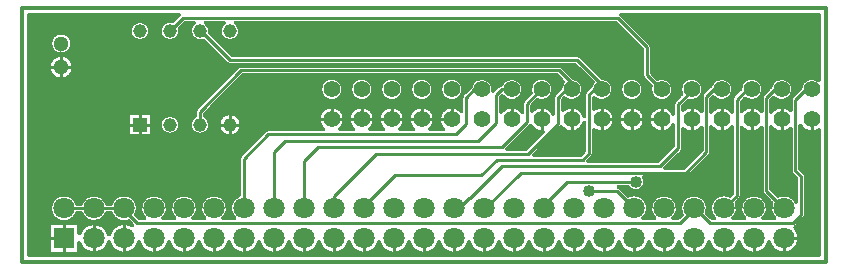
<source format=gbr>
G04 DesignSpark PCB Gerber Version 11.0 Build 5877*
%FSLAX35Y35*%
%MOIN*%
%ADD106R,0.04563X0.04563*%
%ADD103R,0.07087X0.07087*%
%ADD11C,0.01000*%
%ADD10C,0.01200*%
%ADD13C,0.04000*%
%ADD107C,0.04563*%
%ADD105C,0.05118*%
%ADD102C,0.05500*%
%ADD104C,0.07087*%
X0Y0D02*
D02*
D10*
X1083Y600D02*
X269075D01*
Y85314D01*
X1083D01*
Y600D01*
X3484Y82913D02*
Y3000D01*
X266676D01*
Y44368D01*
G75*
G02*
X260506Y45925I-2360J3654D01*
G01*
Y31585D01*
X261911Y30179D01*
G75*
G02*
X262381Y29046I-1130J-1133D01*
G01*
Y16230D01*
G75*
G02*
X261911Y15097I-1600J0D01*
G01*
X259100Y12287D01*
G75*
G02*
X258748Y12020I-1133J1130D01*
G01*
G75*
G02*
X255079Y3272I-3669J-3605D01*
G01*
G75*
G02*
X250079Y7209I0J5143D01*
G01*
G75*
G02*
X240079I-5000J1206D01*
G01*
G75*
G02*
X230079I-5000J1206D01*
G01*
G75*
G02*
X220079I-5000J1206D01*
G01*
G75*
G02*
X210079I-5000J1206D01*
G01*
G75*
G02*
X200079I-5000J1206D01*
G01*
G75*
G02*
X190079I-5000J1206D01*
G01*
G75*
G02*
X180079I-5000J1206D01*
G01*
G75*
G02*
X170079I-5000J1206D01*
G01*
G75*
G02*
X160079I-5000J1206D01*
G01*
G75*
G02*
X150079I-5000J1206D01*
G01*
G75*
G02*
X140079I-5000J1206D01*
G01*
G75*
G02*
X130079I-5000J1206D01*
G01*
G75*
G02*
X120079I-5000J1206D01*
G01*
G75*
G02*
X110079I-5000J1206D01*
G01*
G75*
G02*
X100079I-5000J1206D01*
G01*
G75*
G02*
X90079I-5000J1206D01*
G01*
G75*
G02*
X80079I-5000J1206D01*
G01*
G75*
G02*
X70079I-5000J1206D01*
G01*
G75*
G02*
X60079I-5000J1206D01*
G01*
G75*
G02*
X50079I-5000J1206D01*
G01*
G75*
G02*
X40079I-5000J1206D01*
G01*
G75*
G02*
X30079I-5000J1206D01*
G01*
G75*
G02*
X20222Y6722I-5000J1206D01*
G01*
Y3273D01*
X9935D01*
Y13557D01*
X20222D01*
Y10108D01*
G75*
G02*
X30079Y9620I4857J-1693D01*
G01*
G75*
G02*
X37899Y12716I5000J-1206D01*
G01*
X36591Y14025D01*
G75*
G02*
X30720Y16815I-1512J4390D01*
G01*
X29438D01*
G75*
G02*
X20720I-4359J1600D01*
G01*
X19438D01*
G75*
G02*
X10435Y18415I-4359J1600D01*
G01*
G75*
G02*
X19438Y20015I4643J0D01*
G01*
X20720D01*
G75*
G02*
X29438I4359J-1600D01*
G01*
X30720D01*
G75*
G02*
X39722Y18415I4359J-1600D01*
G01*
G75*
G02*
X39081Y16060I-4643J0D01*
G01*
X40124Y15017D01*
X41915D01*
G75*
G02*
X45079Y23058I3164J3398D01*
G01*
G75*
G02*
X48243Y15017I0J-4643D01*
G01*
X51915D01*
G75*
G02*
X55079Y23058I3164J3398D01*
G01*
G75*
G02*
X58243Y15017I0J-4643D01*
G01*
X61915D01*
G75*
G02*
X65079Y23058I3164J3398D01*
G01*
G75*
G02*
X68243Y15017I0J-4643D01*
G01*
X71915D01*
G75*
G02*
X73479Y22774I3164J3398D01*
G01*
Y34986D01*
G75*
G02*
X73949Y36119I1600J0D01*
G01*
X82074Y44243D01*
G75*
G02*
X83206Y44713I1133J-1130D01*
G01*
X101493D01*
G75*
G02*
X99967Y48022I2824J3309D01*
G01*
G75*
G02*
X108667I4350J0D01*
G01*
G75*
G02*
X107141Y44713I-4350J0D01*
G01*
X111493D01*
G75*
G02*
X109967Y48022I2824J3309D01*
G01*
G75*
G02*
X118667I4350J0D01*
G01*
G75*
G02*
X117141Y44713I-4350J0D01*
G01*
X121493D01*
G75*
G02*
X119967Y48022I2824J3309D01*
G01*
G75*
G02*
X128667I4350J0D01*
G01*
G75*
G02*
X127141Y44713I-4350J0D01*
G01*
X131493D01*
G75*
G02*
X129967Y48022I2824J3309D01*
G01*
G75*
G02*
X138667I4350J0D01*
G01*
G75*
G02*
X137141Y44713I-4350J0D01*
G01*
X141493D01*
G75*
G02*
X139967Y48022I2824J3309D01*
G01*
G75*
G02*
X147583Y50894I4350J0D01*
G01*
Y55305D01*
G75*
G02*
X148054Y56437I1600J0D01*
G01*
X150585Y58969D01*
G75*
G02*
X158167Y58022I3732J-947D01*
G01*
G75*
G02*
X158122Y57441I-3852J0D01*
G01*
X159833Y59152D01*
G75*
G02*
X160811Y59615I1133J-1130D01*
G01*
G75*
G02*
X168167Y58022I3505J-1593D01*
G01*
G75*
G02*
X161105Y55898I-3850J0D01*
G01*
X160787Y55580D01*
Y50564D01*
G75*
G02*
X167902Y50485I3530J-2542D01*
G01*
Y53333D01*
G75*
G02*
X168372Y54466I1600J0D01*
G01*
X170676Y56769D01*
G75*
G02*
X170467Y58022I3641J1253D01*
G01*
G75*
G02*
X178167I3850J0D01*
G01*
G75*
G02*
X172881Y54450I-3850J0D01*
G01*
X171102Y52670D01*
Y50953D01*
G75*
G02*
X178218Y49946I3214J-2931D01*
G01*
Y55305D01*
G75*
G02*
X178688Y56437I1600J0D01*
G01*
X180472Y58221D01*
G75*
G02*
X181466Y60610I3845J-199D01*
G01*
X179306Y62770D01*
X74822D01*
X62006Y49953D01*
Y49222D01*
G75*
G02*
X63785Y46243I-1602J-2978D01*
G01*
G75*
G02*
X57022I-3381J0D01*
G01*
G75*
G02*
X58806Y49223I3381J0D01*
G01*
Y50616D01*
G75*
G02*
X59276Y51748I1600J0D01*
G01*
X73027Y65500D01*
G75*
G02*
X74160Y65970I1133J-1130D01*
G01*
X179969D01*
G75*
G02*
X181101Y65500I0J-1600D01*
G01*
X184754Y61847D01*
G75*
G02*
X188167Y58022I-438J-3825D01*
G01*
G75*
G02*
X181846Y55070I-3850J0D01*
G01*
X181418Y54642D01*
Y51266D01*
G75*
G02*
X188534Y49088I2898J-3244D01*
G01*
Y56243D01*
G75*
G02*
X189004Y57375I1600J0D01*
G01*
X190581Y58952D01*
G75*
G02*
X191322Y60441I3735J-930D01*
G01*
X185555Y66209D01*
X70409D01*
G75*
G02*
X69276Y66679I0J1600D01*
G01*
X61616Y74339D01*
G75*
G02*
X58479Y80276I-1212J3157D01*
G01*
X55441D01*
X53641Y78475D01*
G75*
G02*
X53785Y77495I-3237J-979D01*
G01*
G75*
G02*
X47022I-3381J0D01*
G01*
G75*
G02*
X51375Y80734I3381J0D01*
G01*
X53553Y82913D01*
X3484D01*
X100467Y58022D02*
G75*
G02*
X108167I3850J0D01*
G01*
G75*
G02*
X100467I-3850J0D01*
G01*
X110467D02*
G75*
G02*
X118167I3850J0D01*
G01*
G75*
G02*
X110467I-3850J0D01*
G01*
X120467D02*
G75*
G02*
X128167I3850J0D01*
G01*
G75*
G02*
X120467I-3850J0D01*
G01*
X130467D02*
G75*
G02*
X138167I3850J0D01*
G01*
G75*
G02*
X130467I-3850J0D01*
G01*
X140467D02*
G75*
G02*
X148167I3850J0D01*
G01*
G75*
G02*
X140467I-3850J0D01*
G01*
X66522Y46243D02*
G75*
G02*
X74285I3881J0D01*
G01*
G75*
G02*
X66522I-3881J0D01*
G01*
X14141Y69594D02*
G75*
G02*
X18300Y65435I0J-4159D01*
G01*
G75*
G02*
X14141Y61276I-4159J0D01*
G01*
G75*
G02*
X9982Y65435I0J4159D01*
G01*
G75*
G02*
X14141Y69594I4159J0D01*
G01*
X10482Y73309D02*
G75*
G02*
X17800I3659J0D01*
G01*
G75*
G02*
X10482I-3659J0D01*
G01*
X36521Y50124D02*
X44285D01*
Y42362D01*
X36521D01*
Y50124D01*
X37022Y77495D02*
G75*
G02*
X43785I3381J0D01*
G01*
G75*
G02*
X37022I-3381J0D01*
G01*
X47022Y46243D02*
G75*
G02*
X53785I3381J0D01*
G01*
G75*
G02*
X47022I-3381J0D01*
G01*
X4084D02*
G36*
X4084Y46243D02*
Y3600D01*
X9935D01*
Y13557D01*
X20222D01*
Y10108D01*
G75*
G02*
X30079Y9620I4857J-1693D01*
G01*
G75*
G02*
X37899Y12716I5000J-1206D01*
G01*
X36591Y14025D01*
G75*
G02*
X30720Y16815I-1512J4390D01*
G01*
X29438D01*
G75*
G02*
X20720I-4359J1600D01*
G01*
X19438D01*
G75*
G02*
X10435Y18415I-4359J1600D01*
G01*
G75*
G02*
X19438Y20015I4643J0D01*
G01*
X20720D01*
G75*
G02*
X29438I4359J-1600D01*
G01*
X30720D01*
G75*
G02*
X39722Y18415I4359J-1600D01*
G01*
G75*
G02*
Y18414I-4834J0D01*
G01*
G75*
G02*
X39081Y16060I-4639J0D01*
G01*
X40124Y15017D01*
X41915D01*
G75*
G02*
X40435Y18415I3165J3398D01*
G01*
G75*
G02*
X45079Y23058I4643J0D01*
G01*
G75*
G02*
X49722Y18415I0J-4643D01*
G01*
G75*
G02*
X48243Y15017I-4644J0D01*
G01*
X51915D01*
G75*
G02*
X50435Y18415I3165J3398D01*
G01*
G75*
G02*
X55079Y23058I4643J0D01*
G01*
G75*
G02*
X59722Y18415I0J-4643D01*
G01*
G75*
G02*
X58243Y15017I-4644J0D01*
G01*
X61915D01*
G75*
G02*
X60435Y18415I3165J3398D01*
G01*
G75*
G02*
X65079Y23058I4643J0D01*
G01*
G75*
G02*
X69722Y18415I0J-4643D01*
G01*
G75*
G02*
X68243Y15017I-4644J0D01*
G01*
X71915D01*
G75*
G02*
X70435Y18415I3164J3399D01*
G01*
G75*
G02*
X73479Y22774I4643J0D01*
G01*
Y34986D01*
Y34986D01*
G75*
G02*
X73949Y36119I1599J0D01*
G01*
X82074Y44243D01*
G75*
G02*
X83206Y44713I1132J-1129D01*
G01*
X101493D01*
G75*
G02*
X100347Y46243I2826J3310D01*
G01*
X74285D01*
G75*
G02*
X66522I-3881J0D01*
G01*
X63785D01*
G75*
G02*
X57022I-3381J0D01*
G01*
X53785D01*
G75*
G02*
X47022I-3381J0D01*
G01*
X44285D01*
Y42362D01*
X36521D01*
Y46243D01*
X4084D01*
G37*
X20222Y6722D02*
G36*
X20222Y6722D02*
Y3600D01*
X23270D01*
G75*
G02*
X20222Y6722I1808J4815D01*
G01*
G37*
X30079Y7209D02*
G36*
X30079Y7209D02*
G75*
G02*
X26887Y3600I-5000J1206D01*
G01*
X33270D01*
G75*
G02*
X30079Y7209I1808J4815D01*
G01*
G37*
X40079D02*
G36*
X40079Y7209D02*
G75*
G02*
X36887Y3600I-5000J1206D01*
G01*
X43270D01*
G75*
G02*
X40079Y7209I1808J4815D01*
G01*
G37*
X50079D02*
G36*
X50079Y7209D02*
G75*
G02*
X46887Y3600I-5000J1206D01*
G01*
X53270D01*
G75*
G02*
X50079Y7209I1808J4815D01*
G01*
G37*
X60079D02*
G36*
X60079Y7209D02*
G75*
G02*
X56887Y3600I-5000J1206D01*
G01*
X63270D01*
G75*
G02*
X60079Y7209I1808J4815D01*
G01*
G37*
X70079D02*
G36*
X70079Y7209D02*
G75*
G02*
X66887Y3600I-5000J1206D01*
G01*
X73270D01*
G75*
G02*
X70079Y7209I1808J4815D01*
G01*
G37*
X80079D02*
G36*
X80079Y7209D02*
G75*
G02*
X76887Y3600I-5000J1206D01*
G01*
X83270D01*
G75*
G02*
X80079Y7209I1808J4815D01*
G01*
G37*
X90079D02*
G36*
X90079Y7209D02*
G75*
G02*
X86887Y3600I-5000J1206D01*
G01*
X93270D01*
G75*
G02*
X90079Y7209I1808J4815D01*
G01*
G37*
X100079D02*
G36*
X100079Y7209D02*
G75*
G02*
X96887Y3600I-5000J1206D01*
G01*
X103270D01*
G75*
G02*
X100079Y7209I1808J4815D01*
G01*
G37*
X108286Y46243D02*
G36*
X108286Y46243D02*
G75*
G02*
X107141Y44713I-3971J1780D01*
G01*
X111493D01*
G75*
G02*
X110347Y46243I2826J3310D01*
G01*
X108286D01*
G37*
X110079Y7209D02*
G36*
X110079Y7209D02*
G75*
G02*
X106887Y3600I-5000J1206D01*
G01*
X113270D01*
G75*
G02*
X110079Y7209I1808J4815D01*
G01*
G37*
X118286Y46243D02*
G36*
X118286Y46243D02*
G75*
G02*
X117141Y44713I-3971J1780D01*
G01*
X121493D01*
G75*
G02*
X120347Y46243I2826J3310D01*
G01*
X118286D01*
G37*
X120079Y7209D02*
G36*
X120079Y7209D02*
G75*
G02*
X116887Y3600I-5000J1206D01*
G01*
X123270D01*
G75*
G02*
X120079Y7209I1808J4815D01*
G01*
G37*
X128286Y46243D02*
G36*
X128286Y46243D02*
G75*
G02*
X127141Y44713I-3971J1780D01*
G01*
X131493D01*
G75*
G02*
X130347Y46243I2826J3310D01*
G01*
X128286D01*
G37*
X130079Y7209D02*
G36*
X130079Y7209D02*
G75*
G02*
X126887Y3600I-5000J1206D01*
G01*
X133270D01*
G75*
G02*
X130079Y7209I1808J4815D01*
G01*
G37*
X138286Y46243D02*
G36*
X138286Y46243D02*
G75*
G02*
X137141Y44713I-3971J1780D01*
G01*
X141493D01*
G75*
G02*
X140347Y46243I2826J3310D01*
G01*
X138286D01*
G37*
X140079Y7209D02*
G36*
X140079Y7209D02*
G75*
G02*
X136887Y3600I-5000J1206D01*
G01*
X143270D01*
G75*
G02*
X140079Y7209I1808J4815D01*
G01*
G37*
X150079D02*
G36*
X150079Y7209D02*
G75*
G02*
X146887Y3600I-5000J1206D01*
G01*
X153270D01*
G75*
G02*
X150079Y7209I1808J4815D01*
G01*
G37*
X160079D02*
G36*
X160079Y7209D02*
G75*
G02*
X156887Y3600I-5000J1206D01*
G01*
X163270D01*
G75*
G02*
X160079Y7209I1808J4815D01*
G01*
G37*
X170079D02*
G36*
X170079Y7209D02*
G75*
G02*
X166887Y3600I-5000J1206D01*
G01*
X173270D01*
G75*
G02*
X170079Y7209I1808J4815D01*
G01*
G37*
X180079D02*
G36*
X180079Y7209D02*
G75*
G02*
X176887Y3600I-5000J1206D01*
G01*
X183270D01*
G75*
G02*
X180079Y7209I1808J4815D01*
G01*
G37*
X190079D02*
G36*
X190079Y7209D02*
G75*
G02*
X186887Y3600I-5000J1206D01*
G01*
X193270D01*
G75*
G02*
X190079Y7209I1808J4815D01*
G01*
G37*
X200079D02*
G36*
X200079Y7209D02*
G75*
G02*
X196887Y3600I-5000J1206D01*
G01*
X203270D01*
G75*
G02*
X200079Y7209I1808J4815D01*
G01*
G37*
X210079D02*
G36*
X210079Y7209D02*
G75*
G02*
X206887Y3600I-5000J1206D01*
G01*
X213270D01*
G75*
G02*
X210079Y7209I1808J4815D01*
G01*
G37*
X220079D02*
G36*
X220079Y7209D02*
G75*
G02*
X216887Y3600I-5000J1206D01*
G01*
X223270D01*
G75*
G02*
X220079Y7209I1808J4815D01*
G01*
G37*
X230079D02*
G36*
X230079Y7209D02*
G75*
G02*
X226887Y3600I-5000J1206D01*
G01*
X233270D01*
G75*
G02*
X230079Y7209I1808J4815D01*
G01*
G37*
X240079D02*
G36*
X240079Y7209D02*
G75*
G02*
X236887Y3600I-5000J1206D01*
G01*
X243270D01*
G75*
G02*
X240079Y7209I1808J4815D01*
G01*
G37*
X250079D02*
G36*
X250079Y7209D02*
G75*
G02*
X246887Y3600I-5000J1206D01*
G01*
X253270D01*
G75*
G02*
X250079Y7209I1808J4815D01*
G01*
G37*
X259100Y12287D02*
G36*
X259100Y12287D02*
G75*
G02*
X258748Y12020I-1128J1124D01*
G01*
G75*
G02*
X260222Y8415I-3669J-3605D01*
G01*
G75*
G02*
X256887Y3600I-5143J0D01*
G01*
X266076D01*
Y44044D01*
G75*
G02*
X260506Y45925I-1760J3978D01*
G01*
Y31585D01*
X261911Y30179D01*
G75*
G02*
X262381Y29047I-1129J-1132D01*
G01*
Y29046D01*
Y16230D01*
Y16230D01*
G75*
G02*
X261911Y15097I-1599J0D01*
G01*
X259100Y12287D01*
G37*
X4084Y58022D02*
G36*
X4084Y58022D02*
Y46243D01*
X36521D01*
Y50124D01*
X44285D01*
Y46243D01*
X47022D01*
G75*
G02*
X53785I3381J0D01*
G01*
X57022D01*
G75*
G02*
X58806Y49223I3383J0D01*
G01*
Y50616D01*
Y50616D01*
G75*
G02*
X59276Y51748I1599J0D01*
G01*
X65549Y58022D01*
X4084D01*
G37*
X62006Y49953D02*
G36*
X62006Y49953D02*
Y49222D01*
G75*
G02*
X63785Y46244I-1600J-2978D01*
G01*
G75*
G02*
Y46243I-3222J0D01*
G01*
X66522D01*
G75*
G02*
X74285I3881J0D01*
G01*
X100347D01*
G75*
G02*
X99967Y48022I3971J1779D01*
G01*
G75*
G02*
X108667I4350J0D01*
G01*
G75*
G02*
X108286Y46243I-4352J0D01*
G01*
X110347D01*
G75*
G02*
X109967Y48022I3971J1779D01*
G01*
G75*
G02*
X118667I4350J0D01*
G01*
G75*
G02*
X118286Y46243I-4352J0D01*
G01*
X120347D01*
G75*
G02*
X119967Y48022I3971J1779D01*
G01*
G75*
G02*
X128667I4350J0D01*
G01*
G75*
G02*
X128286Y46243I-4352J0D01*
G01*
X130347D01*
G75*
G02*
X129967Y48022I3971J1779D01*
G01*
G75*
G02*
X138667I4350J0D01*
G01*
G75*
G02*
X138286Y46243I-4352J0D01*
G01*
X140347D01*
G75*
G02*
X139967Y48022I3971J1779D01*
G01*
G75*
G02*
X147583Y50894I4350J0D01*
G01*
Y55305D01*
Y55305D01*
G75*
G02*
X148054Y56437I1599J0D01*
G01*
X149638Y58022D01*
X148167D01*
G75*
G02*
X140467I-3850J0D01*
G01*
X138167D01*
G75*
G02*
X130467I-3850J0D01*
G01*
X128167D01*
G75*
G02*
X120467I-3850J0D01*
G01*
X118167D01*
G75*
G02*
X110467I-3850J0D01*
G01*
X108167D01*
G75*
G02*
X100467I-3850J0D01*
G01*
X70074D01*
X62006Y49953D01*
G37*
X158167Y58022D02*
G36*
X158167Y58022D02*
G75*
G02*
X158122Y57441I-3846J0D01*
G01*
X158704Y58022D01*
X158167D01*
Y58022D01*
G37*
X160787Y55580D02*
G36*
X160787Y55580D02*
Y50564D01*
G75*
G02*
X167902Y50485I3530J-2543D01*
G01*
Y53333D01*
Y53333D01*
G75*
G02*
X168372Y54466I1599J0D01*
G01*
X170676Y56769D01*
G75*
G02*
X170467Y58022I3644J1253D01*
G01*
X168167D01*
G75*
G02*
X161105Y55898I-3850J0D01*
G01*
X160787Y55580D01*
G37*
X171102Y52670D02*
G36*
X171102Y52670D02*
Y50953D01*
G75*
G02*
X178218Y49946I3214J-2931D01*
G01*
Y55305D01*
Y55305D01*
G75*
G02*
X178688Y56437I1599J0D01*
G01*
X180273Y58022D01*
X178167D01*
G75*
G02*
X172881Y54450I-3850J0D01*
G01*
X171102Y52670D01*
G37*
X181418Y54642D02*
G36*
X181418Y54642D02*
Y51266D01*
G75*
G02*
X188534Y49088I2898J-3244D01*
G01*
Y56243D01*
Y56243D01*
G75*
G02*
X189004Y57375I1599J0D01*
G01*
X189651Y58022D01*
X188167D01*
G75*
G02*
X181846Y55070I-3850J0D01*
G01*
X181418Y54642D01*
G37*
X4084Y65435D02*
G36*
X4084Y65435D02*
Y58022D01*
X65549D01*
X72962Y65435D01*
X18300D01*
G75*
G02*
X14141Y61276I-4159J0D01*
G01*
G75*
G02*
X9982Y65435I0J4159D01*
G01*
X4084D01*
G37*
X74822Y62770D02*
G36*
X74822Y62770D02*
X70074Y58022D01*
X100467D01*
G75*
G02*
X108167I3850J0D01*
G01*
X110467D01*
G75*
G02*
X118167I3850J0D01*
G01*
X120467D01*
G75*
G02*
X128167I3850J0D01*
G01*
X130467D01*
G75*
G02*
X138167I3850J0D01*
G01*
X140467D01*
G75*
G02*
X148167I3850J0D01*
G01*
X149638D01*
X150585Y58969D01*
G75*
G02*
X158167Y58022I3732J-947D01*
G01*
X158704D01*
X159833Y59152D01*
G75*
G02*
X160811Y59615I1133J-1130D01*
G01*
G75*
G02*
X168167Y58022I3505J-1593D01*
G01*
X170467D01*
G75*
G02*
X178167I3850J0D01*
G01*
X180273D01*
X180472Y58221D01*
G75*
G02*
X181466Y60610I3847J-200D01*
G01*
X179306Y62770D01*
X74822D01*
G37*
X181167Y65435D02*
G36*
X181167Y65435D02*
X184754Y61847D01*
G75*
G02*
X188167Y58022I-438J-3826D01*
G01*
X189651D01*
X190581Y58952D01*
G75*
G02*
X191322Y60441I3735J-929D01*
G01*
X186329Y65435D01*
X181167D01*
G37*
X4084Y73309D02*
G36*
X4084Y73309D02*
Y65435D01*
X9982D01*
G75*
G02*
X14141Y69594I4159J0D01*
G01*
G75*
G02*
X18300Y65435I0J-4159D01*
G01*
X72962D01*
X73027Y65500D01*
G75*
G02*
X74160Y65970I1132J-1129D01*
G01*
X179969D01*
G75*
G02*
X181101Y65500I0J-1599D01*
G01*
X181167Y65435D01*
X186329D01*
X185555Y66209D01*
X70409D01*
G75*
G02*
X69276Y66679I0J1599D01*
G01*
X62646Y73309D01*
X17800D01*
G75*
G02*
X10482I-3659J0D01*
G01*
X4084D01*
G37*
Y77495D02*
G36*
X4084Y77495D02*
Y73309D01*
X10482D01*
G75*
G02*
X17800I3659J0D01*
G01*
X62646D01*
X61616Y74339D01*
G75*
G02*
X57022Y77495I-1212J3157D01*
G01*
X53785D01*
G75*
G02*
X47022I-3381J0D01*
G01*
X43785D01*
G75*
G02*
X37022I-3381J0D01*
G01*
X4084D01*
G37*
Y82313D02*
G36*
X4084Y82313D02*
Y77495D01*
X37022D01*
G75*
G02*
X43785I3381J0D01*
G01*
X47022D01*
G75*
G02*
X51375Y80734I3381J0D01*
G01*
X52953Y82313D01*
X4084D01*
G37*
X53785Y77498D02*
G36*
X53785Y77498D02*
G75*
G02*
Y77495I-3609J-2D01*
G01*
X57022D01*
G75*
G02*
X58479Y80276I3382J0D01*
G01*
X55441D01*
X53641Y78475D01*
G75*
G02*
X53785Y77498I-3218J-976D01*
G01*
G37*
X62329Y80276D02*
G75*
G02*
X63707Y76773I-1925J-2780D01*
G01*
X71071Y69409D01*
X186217D01*
G75*
G02*
X187350Y68939I0J-1600D01*
G01*
X194418Y61871D01*
G75*
G02*
X198167Y58022I-102J-3849D01*
G01*
G75*
G02*
X191734Y55167I-3850J0D01*
G01*
Y51522D01*
G75*
G02*
X198667Y48022I2583J-3500D01*
G01*
G75*
G02*
X191734Y44522I-4350J0D01*
G01*
Y36861D01*
G75*
G02*
X191264Y35729I-1600J0D01*
G01*
X189620Y34085D01*
X213229D01*
X218231Y39087D01*
Y46124D01*
G75*
G02*
X209967Y48022I-3914J1898D01*
G01*
G75*
G02*
X218231Y49920I4350J0D01*
G01*
Y53117D01*
G75*
G02*
X218701Y54249I1600J0D01*
G01*
X220833Y56382D01*
G75*
G02*
X220467Y58022I3483J1641D01*
G01*
G75*
G02*
X228167I3850J0D01*
G01*
G75*
G02*
X223289Y54312I-3850J0D01*
G01*
X221431Y52454D01*
Y51277D01*
G75*
G02*
X227609Y50865I2886J-3255D01*
G01*
Y55617D01*
G75*
G02*
X228079Y56750I1600J0D01*
G01*
X230481Y59152D01*
G75*
G02*
X230697Y59333I1133J-1130D01*
G01*
G75*
G02*
X238167Y58022I3620J-1311D01*
G01*
G75*
G02*
X231383Y55529I-3850J0D01*
G01*
X230809Y54955D01*
Y50594D01*
G75*
G02*
X237762Y50677I3508J-2572D01*
G01*
Y54676D01*
G75*
G02*
X238232Y55809I1600J0D01*
G01*
X240467Y58044D01*
G75*
G02*
X248167Y58022I3850J-22D01*
G01*
G75*
G02*
X241941Y54993I-3850J0D01*
G01*
X240962Y54014D01*
Y50792D01*
G75*
G02*
X247615Y50858I3354J-2770D01*
G01*
Y55209D01*
G75*
G02*
X248085Y56341I1600J0D01*
G01*
X250546Y58803D01*
G75*
G02*
X258167Y58022I3770J-781D01*
G01*
G75*
G02*
X251581Y55313I-3850J0D01*
G01*
X250815Y54546D01*
Y50603D01*
G75*
G02*
X257306Y51183I3502J-2581D01*
G01*
Y54367D01*
G75*
G02*
X257776Y55500I1600J0D01*
G01*
X260470Y58194D01*
G75*
G02*
X266676Y61064I3846J-172D01*
G01*
Y82913D01*
X200888D01*
X210483Y73318D01*
G75*
G02*
X210953Y72185I-1130J-1133D01*
G01*
Y63536D01*
X212891Y61598D01*
G75*
G02*
X218167Y58022I1426J-3576D01*
G01*
G75*
G02*
X210467I-3850J0D01*
G01*
G75*
G02*
X210679Y59284I3850J0D01*
G01*
X208223Y61741D01*
G75*
G02*
X207753Y62873I1130J1133D01*
G01*
Y71522D01*
X199000Y80276D01*
X72329D01*
G75*
G02*
X73785Y77495I-1925J-2780D01*
G01*
G75*
G02*
X67022I-3381J0D01*
G01*
G75*
G02*
X68479Y80276I3381J0D01*
G01*
X62329D01*
X199967Y48022D02*
G75*
G02*
X208667I4350J0D01*
G01*
G75*
G02*
X199967I-4350J0D01*
G01*
X200467Y58022D02*
G75*
G02*
X208167I3850J0D01*
G01*
G75*
G02*
X200467I-3850J0D01*
G01*
X191264Y35729D02*
G36*
X191264Y35729D02*
X190220Y34685D01*
X213829D01*
X218231Y39087D01*
Y46124D01*
G75*
G02*
X209967Y48022I-3914J1898D01*
G01*
X208667D01*
G75*
G02*
X199967I-4350J0D01*
G01*
X198667D01*
G75*
G02*
X191734Y44522I-4350J0D01*
G01*
Y36861D01*
Y36861D01*
G75*
G02*
X191264Y35729I-1599J0D01*
G01*
G37*
X191734Y55167D02*
G36*
X191734Y55167D02*
Y51522D01*
G75*
G02*
X198667Y48022I2583J-3500D01*
G01*
X199967D01*
G75*
G02*
X208667I4350J0D01*
G01*
X209967D01*
G75*
G02*
X218231Y49920I4350J0D01*
G01*
Y53117D01*
Y53117D01*
G75*
G02*
X218701Y54249I1599J0D01*
G01*
X220833Y56382D01*
G75*
G02*
X220467Y58022I3486J1641D01*
G01*
X218167D01*
G75*
G02*
X210467I-3850J0D01*
G01*
X208167D01*
G75*
G02*
X200467I-3850J0D01*
G01*
X198167D01*
G75*
G02*
X191734Y55167I-3850J0D01*
G01*
G37*
X221431Y52454D02*
G36*
X221431Y52454D02*
Y51277D01*
G75*
G02*
X227609Y50865I2886J-3255D01*
G01*
Y55617D01*
Y55618D01*
G75*
G02*
X228079Y56750I1599J0D01*
G01*
X229351Y58022D01*
X228167D01*
G75*
G02*
X223289Y54312I-3850J0D01*
G01*
X221431Y52454D01*
G37*
X230809Y54955D02*
G36*
X230809Y54955D02*
Y50594D01*
G75*
G02*
X237762Y50677I3508J-2573D01*
G01*
Y54676D01*
Y54677D01*
G75*
G02*
X238232Y55809I1599J0D01*
G01*
X240445Y58022D01*
X238167D01*
Y58022D01*
G75*
G02*
X231383Y55529I-3850J0D01*
G01*
X230809Y54955D01*
G37*
X240962Y54014D02*
G36*
X240962Y54014D02*
Y50792D01*
G75*
G02*
X247615Y50858I3354J-2770D01*
G01*
Y55209D01*
Y55209D01*
G75*
G02*
X248085Y56341I1599J0D01*
G01*
X249765Y58022D01*
X248167D01*
G75*
G02*
X241941Y54993I-3850J0D01*
G01*
X240962Y54014D01*
G37*
X250815Y54546D02*
G36*
X250815Y54546D02*
Y50603D01*
G75*
G02*
X257306Y51183I3502J-2580D01*
G01*
Y54367D01*
Y54367D01*
G75*
G02*
X257776Y55500I1599J0D01*
G01*
X260298Y58022D01*
X258167D01*
G75*
G02*
X251581Y55313I-3850J0D01*
G01*
X250815Y54546D01*
G37*
X62929Y80276D02*
G36*
X62929Y80276D02*
Y79745D01*
G75*
G02*
X63785Y77495I-2526J-2250D01*
G01*
G75*
G02*
X63707Y76773I-3382J0D01*
G01*
X71071Y69409D01*
X186217D01*
G75*
G02*
X187350Y68939I0J-1599D01*
G01*
X194418Y61871D01*
G75*
G02*
X198167Y58022I-102J-3849D01*
G01*
X200467D01*
G75*
G02*
X208167I3850J0D01*
G01*
X210467D01*
G75*
G02*
X210679Y59284I3853J0D01*
G01*
X208223Y61741D01*
G75*
G02*
X207753Y62873I1129J1132D01*
G01*
Y62873D01*
Y71522D01*
X199000Y80276D01*
X72329D01*
G75*
G02*
X73785Y77495I-1925J-2781D01*
G01*
G75*
G02*
X67022I-3381J0D01*
G01*
G75*
G02*
X68479Y80276I3382J0D01*
G01*
X62929D01*
G37*
X201488Y82313D02*
G36*
X201488Y82313D02*
X210483Y73318D01*
G75*
G02*
X210953Y72185I-1129J-1132D01*
G01*
Y72185D01*
Y63536D01*
X212891Y61598D01*
G75*
G02*
X218167Y58022I1426J-3576D01*
G01*
X220467D01*
G75*
G02*
X228167I3850J0D01*
G01*
X229351D01*
X230481Y59152D01*
G75*
G02*
X230697Y59333I1102J-1093D01*
G01*
G75*
G02*
X238167Y58022I3620J-1311D01*
G01*
X240445D01*
X240467Y58044D01*
G75*
G02*
X248167Y58022I3850J-22D01*
G01*
X249765D01*
X250546Y58803D01*
G75*
G02*
X258167Y58022I3770J-781D01*
G01*
X260298D01*
X260470Y58194D01*
G75*
G02*
X266076Y61446I3846J-172D01*
G01*
Y82313D01*
X201488D01*
G37*
X162737Y38149D02*
X169152D01*
X174692Y43688D01*
G75*
G02*
X170508Y45920I-375J4334D01*
G01*
X162737Y38149D01*
G36*
X162737Y38149D02*
X169152D01*
X174692Y43688D01*
G75*
G02*
X170508Y45920I-375J4334D01*
G01*
X162737Y38149D01*
G37*
X180882Y45353D02*
X171802Y36273D01*
X187283D01*
X188534Y37524D01*
Y46956D01*
G75*
G02*
X180882Y45353I-4217J1066D01*
G01*
G36*
X180882Y45353D02*
X171802Y36273D01*
X187283D01*
X188534Y37524D01*
Y46956D01*
G75*
G02*
X180882Y45353I-4217J1066D01*
G01*
G37*
X199930Y25571D02*
G75*
G02*
X200581Y25175I-481J-1526D01*
G01*
X203128Y22629D01*
G75*
G02*
X208243Y15017I1951J-4214D01*
G01*
X211915D01*
G75*
G02*
X215079Y23058I3164J3398D01*
G01*
G75*
G02*
X218243Y15017I0J-4643D01*
G01*
X219730D01*
X220969Y16255D01*
G75*
G02*
X225079Y23058I4110J2160D01*
G01*
G75*
G02*
X229387Y16682I0J-4643D01*
G01*
X231052Y15017D01*
X231915D01*
G75*
G02*
X237075Y22607I3164J3398D01*
G01*
X237762Y23295D01*
Y45367D01*
G75*
G02*
X230809Y45450I-3446J2655D01*
G01*
Y37174D01*
G75*
G02*
X230339Y36041I-1600J0D01*
G01*
X223464Y29167D01*
G75*
G02*
X222331Y28697I-1133J1130D01*
G01*
X208462D01*
G75*
G02*
X203109Y25571I-2698J-1526D01*
G01*
X199930D01*
G36*
X199930Y25571D02*
G75*
G02*
X200581Y25175I-481J-1526D01*
G01*
X203128Y22629D01*
G75*
G02*
X208243Y15017I1951J-4214D01*
G01*
X211915D01*
G75*
G02*
X215079Y23058I3164J3398D01*
G01*
G75*
G02*
X218243Y15017I0J-4643D01*
G01*
X219730D01*
X220969Y16255D01*
G75*
G02*
X225079Y23058I4110J2160D01*
G01*
G75*
G02*
X229387Y16682I0J-4643D01*
G01*
X231052Y15017D01*
X231915D01*
G75*
G02*
X237075Y22607I3164J3398D01*
G01*
X237762Y23295D01*
Y45367D01*
G75*
G02*
X230809Y45450I-3446J2655D01*
G01*
Y37174D01*
G75*
G02*
X230339Y36041I-1600J0D01*
G01*
X223464Y29167D01*
G75*
G02*
X222331Y28697I-1133J1130D01*
G01*
X208462D01*
G75*
G02*
X203109Y25571I-2698J-1526D01*
G01*
X199930D01*
G37*
X220961Y37292D02*
X215566Y31897D01*
X221669D01*
X227609Y37837D01*
Y45179D01*
G75*
G02*
X221431Y44767I-3292J2843D01*
G01*
Y38424D01*
G75*
G02*
X220961Y37292I-1600J0D01*
G01*
G36*
X220961Y37292D02*
X215566Y31897D01*
X221669D01*
X227609Y37837D01*
Y45179D01*
G75*
G02*
X221431Y44767I-3292J2843D01*
G01*
Y38424D01*
G75*
G02*
X220961Y37292I-1600J0D01*
G01*
G37*
X239313Y20320D02*
G75*
G02*
X238243Y15017I-4234J-1906D01*
G01*
X241915D01*
G75*
G02*
X245079Y23058I3164J3398D01*
G01*
G75*
G02*
X248243Y15017I0J-4643D01*
G01*
X251915D01*
G75*
G02*
X250843Y20316I3165J3398D01*
G01*
X248085Y23074D01*
G75*
G02*
X247615Y24206I1130J1133D01*
G01*
Y45186D01*
G75*
G02*
X240962Y45252I-3298J2836D01*
G01*
Y22632D01*
G75*
G02*
X240492Y21500I-1600J0D01*
G01*
X239313Y20320D01*
G36*
X239313Y20320D02*
G75*
G02*
X238243Y15017I-4234J-1906D01*
G01*
X241915D01*
G75*
G02*
X245079Y23058I3164J3398D01*
G01*
G75*
G02*
X248243Y15017I0J-4643D01*
G01*
X251915D01*
G75*
G02*
X250843Y20316I3165J3398D01*
G01*
X248085Y23074D01*
G75*
G02*
X247615Y24206I1130J1133D01*
G01*
Y45186D01*
G75*
G02*
X240962Y45252I-3298J2836D01*
G01*
Y22632D01*
G75*
G02*
X240492Y21500I-1600J0D01*
G01*
X239313Y20320D01*
G37*
X250815Y45441D02*
Y24869D01*
X253079Y22606D01*
G75*
G02*
X259181Y20590I2000J-4191D01*
G01*
Y28384D01*
X257776Y29789D01*
G75*
G02*
X257306Y30922I1130J1133D01*
G01*
Y44861D01*
G75*
G02*
X250815Y45441I-2989J3161D01*
G01*
G36*
X250815Y45441D02*
Y24869D01*
X253079Y22606D01*
G75*
G02*
X259181Y20590I2000J-4191D01*
G01*
Y28384D01*
X257776Y29789D01*
G75*
G02*
X257306Y30922I1130J1133D01*
G01*
Y44861D01*
G75*
G02*
X250815Y45441I-2989J3161D01*
G01*
G37*
D02*
D11*
X12035Y8415D02*
X9935D01*
X12082Y65435D02*
X9982D01*
X14141Y63376D02*
Y61276D01*
Y67494D02*
Y69594D01*
X15079Y5372D02*
Y3273D01*
Y11458D02*
Y13557D01*
Y18415D02*
X25079D01*
X16200Y65435D02*
X18300D01*
X25079Y5372D02*
Y3272D01*
Y11458D02*
Y13558D01*
Y18415D02*
X35079D01*
Y5372D02*
Y3272D01*
Y11458D02*
Y13558D01*
Y18415D02*
Y17799D01*
X39461Y13417D01*
X220393D01*
X225079Y18102D01*
Y18415D01*
X38622Y46243D02*
X36521D01*
X40404Y44462D02*
Y42362D01*
Y48025D02*
Y50124D01*
X42185Y46243D02*
X44285D01*
X45079Y5372D02*
Y3272D01*
X50404Y77495D02*
X50398D01*
X54779Y81876D01*
X199662D01*
X209353Y72185D01*
Y62873D01*
X214204Y58022D01*
X214317D01*
X55079Y5372D02*
Y3272D01*
X60404Y46243D02*
X60406D01*
Y50616D01*
X74160Y64370D01*
X179969D01*
X184317Y60022D01*
Y58022D01*
X60404Y77495D02*
X60722D01*
X70409Y67809D01*
X186217D01*
X194345Y59681D01*
Y58022D01*
X194317D01*
X65079Y5372D02*
Y3272D01*
X68622Y46243D02*
X66522D01*
X70404Y44462D02*
Y42362D01*
Y48025D02*
Y50125D01*
X72185Y46243D02*
X74285D01*
X75079Y5372D02*
Y3272D01*
X85079Y5372D02*
Y3272D01*
X95079Y5372D02*
Y3272D01*
X102067Y48022D02*
X99967D01*
X104317Y50272D02*
Y52372D01*
X105079Y5372D02*
Y3272D01*
X106567Y48022D02*
X108667D01*
X112067D02*
X109967D01*
X114317Y50272D02*
Y52372D01*
X115079Y5372D02*
Y3272D01*
X116567Y48022D02*
X118667D01*
X122067D02*
X119967D01*
X124317Y50272D02*
Y52372D01*
X125079Y5372D02*
Y3272D01*
X126567Y48022D02*
X128667D01*
X132067D02*
X129967D01*
X134317Y50272D02*
Y52372D01*
X135079Y5372D02*
Y3272D01*
X136567Y48022D02*
X138667D01*
X142067D02*
X139967D01*
X144317D02*
X134317D01*
X144317Y50272D02*
Y52372D01*
X145079Y5372D02*
Y3272D01*
X154317Y58022D02*
X151901D01*
X149183Y55305D01*
Y46552D01*
X145745Y43113D01*
X83206D01*
X75079Y34986D01*
Y18415D01*
X155079Y5372D02*
Y3272D01*
X164317Y50272D02*
Y52372D01*
Y58022D02*
X160966D01*
X159187Y56243D01*
Y46865D01*
X153247Y40925D01*
X88830D01*
X85079Y37174D01*
Y18415D01*
X165079Y5372D02*
Y3272D01*
X174317Y45772D02*
Y43672D01*
Y50272D02*
Y52372D01*
Y58022D02*
X174191D01*
X169502Y53333D01*
Y47177D01*
X161062Y38737D01*
X99631D01*
X95079Y34185D01*
Y18415D01*
X175079Y5372D02*
Y3272D01*
Y18415D02*
Y19618D01*
X182631Y27171D01*
X205764D01*
X184317Y45772D02*
Y43672D01*
Y50272D02*
Y52372D01*
Y58022D02*
X182535D01*
X179818Y55305D01*
Y46552D01*
X169815Y36549D01*
X119149D01*
X105079Y22479D01*
Y18415D01*
X185079Y5372D02*
Y3272D01*
X190134Y24045D02*
X199449D01*
X205079Y18415D01*
X194317Y45772D02*
Y43672D01*
Y50272D02*
Y52372D01*
Y58022D02*
X191913D01*
X190134Y56243D01*
Y36861D01*
X187946Y34673D01*
X159499D01*
X154185Y29359D01*
X125398D01*
X115079Y19040D01*
Y18415D01*
X195079Y5372D02*
Y3272D01*
X196567Y48022D02*
X198667D01*
X202067D02*
X199967D01*
X204317Y45772D02*
Y43672D01*
Y48022D02*
X194317D01*
X204317Y50272D02*
Y52372D01*
X205079Y5372D02*
Y3272D01*
X206567Y48022D02*
X208667D01*
X212067D02*
X209967D01*
X214317Y45772D02*
Y43672D01*
Y48022D02*
X204317D01*
X214317Y50272D02*
Y52372D01*
X215079Y5372D02*
Y3272D01*
X224317Y45772D02*
Y43672D01*
Y50272D02*
Y52372D01*
Y58022D02*
Y57602D01*
X219831Y53117D01*
Y38424D01*
X213891Y32485D01*
X161062D01*
X150431Y21854D01*
X150121D01*
X146683Y18415D01*
X145079D01*
X225079Y5372D02*
Y3272D01*
X234317Y45772D02*
Y43672D01*
Y50272D02*
Y52372D01*
Y58022D02*
X231613D01*
X229209Y55617D01*
Y37174D01*
X222331Y30297D01*
X167273D01*
X155391Y18415D01*
X155079D01*
X235079Y5372D02*
Y3272D01*
Y18415D02*
X235148Y18418D01*
X239362Y22632D01*
Y54676D01*
X242708Y58022D01*
X244317D01*
Y45772D02*
Y43672D01*
Y50272D02*
Y52372D01*
X245079Y5372D02*
Y3272D01*
X254317Y45772D02*
Y43672D01*
Y50272D02*
Y52372D01*
Y58022D02*
X252028D01*
X249215Y55209D01*
Y38424D01*
Y24206D01*
X255079Y18343D01*
Y18415D01*
Y5372D02*
Y3272D01*
X258122Y8415D02*
X260222D01*
X264317Y45772D02*
Y43672D01*
Y58022D02*
X262561D01*
X258906Y54367D01*
Y30922D01*
X260781Y29046D01*
Y16230D01*
X257968Y13417D01*
X230390D01*
X225391Y18415D01*
X225079D01*
D02*
D13*
X190134Y24045D03*
X205764Y27171D03*
D02*
D102*
X104317Y48022D03*
Y58022D03*
X114317Y48022D03*
Y58022D03*
X124317Y48022D03*
Y58022D03*
X134317Y48022D03*
Y58022D03*
X144317Y48022D03*
Y58022D03*
X154317Y48022D03*
Y58022D03*
X164317Y48022D03*
Y58022D03*
X174317Y48022D03*
Y58022D03*
X184317Y48022D03*
Y58022D03*
X194317Y48022D03*
Y58022D03*
X204317Y48022D03*
Y58022D03*
X214317Y48022D03*
Y58022D03*
X224317Y48022D03*
Y58022D03*
X234317Y48022D03*
Y58022D03*
X244317Y48022D03*
Y58022D03*
X254317Y48022D03*
Y58022D03*
X264317Y48022D03*
Y58022D03*
D02*
D103*
X15079Y8415D03*
D02*
D104*
Y18415D03*
X25079Y8415D03*
Y18415D03*
X35079Y8415D03*
Y18415D03*
X45079Y8415D03*
Y18415D03*
X55079Y8415D03*
Y18415D03*
X65079Y8415D03*
Y18415D03*
X75079Y8415D03*
Y18415D03*
X85079Y8415D03*
Y18415D03*
X95079Y8415D03*
Y18415D03*
X105079Y8415D03*
Y18415D03*
X115079Y8415D03*
Y18415D03*
X125079Y8415D03*
Y18415D03*
X135079Y8415D03*
Y18415D03*
X145079Y8415D03*
Y18415D03*
X155079Y8415D03*
Y18415D03*
X165079Y8415D03*
Y18415D03*
X175079Y8415D03*
Y18415D03*
X185079Y8415D03*
Y18415D03*
X195079Y8415D03*
Y18415D03*
X205079Y8415D03*
Y18415D03*
X215079Y8415D03*
Y18415D03*
X225079Y8415D03*
Y18415D03*
X235079Y8415D03*
Y18415D03*
X245079Y8415D03*
Y18415D03*
X255079Y8415D03*
Y18415D03*
D02*
D105*
X14141Y65435D03*
Y73309D03*
D02*
D106*
X40404Y46243D03*
D02*
D107*
Y77495D03*
X50404Y46243D03*
Y77495D03*
X60404Y46243D03*
Y77495D03*
X70404Y46243D03*
Y77495D03*
X0Y0D02*
M02*

</source>
